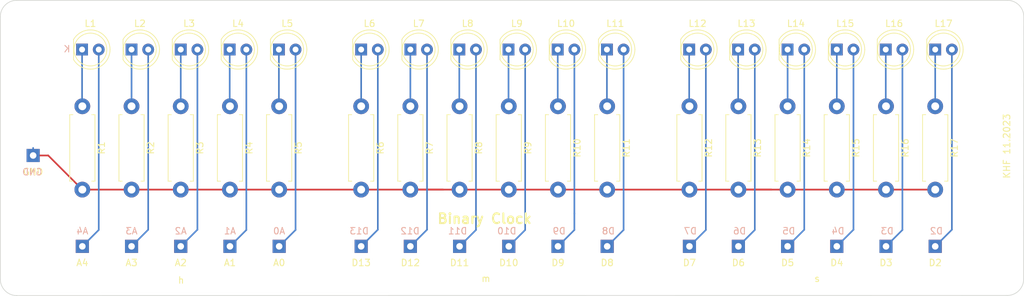
<source format=kicad_pcb>
(kicad_pcb (version 20221018) (generator pcbnew)
  (layers (0 "F.Cu" signal) (31 "B.Cu" signal) (34 "B.Paste" user) (35 "F.Paste" user) (36 "B.SilkS" user "B.Silkscreen") (37 "F.SilkS" user "F.Silkscreen") (38 "B.Mask" user) (39 "F.Mask" user) (44 "Edge.Cuts" user))
  (net 0 "")
  (net 1 "Net-(A0-LP)")
  (net 2 "Net-(A1-LP)")
  (net 3 "Net-(A2-LP)")
  (net 4 "Net-(A3-LP)")
  (net 5 "Net-(A4-LP)")
  (net 6 "Net-(D2-LP)")
  (net 7 "Net-(D3-LP)")
  (net 8 "Net-(D4-LP)")
  (net 9 "Net-(D5-LP)")
  (net 10 "Net-(D6-LP)")
  (net 11 "Net-(D7-LP)")
  (net 12 "Net-(D8-LP)")
  (net 13 "Net-(D9-LP)")
  (net 14 "Net-(D10-LP)")
  (net 15 "Net-(D11-LP)")
  (net 16 "Net-(D12-LP)")
  (net 17 "Net-(D13-LP)")
  (net 18 "Net-(L1-K)")
  (net 19 "Net-(L2-K)")
  (net 20 "Net-(L3-K)")
  (net 21 "Net-(L4-K)")
  (net 22 "Net-(L5-K)")
  (net 23 "Net-(L6-K)")
  (net 24 "Net-(L7-K)")
  (net 25 "Net-(L8-K)")
  (net 26 "Net-(L9-K)")
  (net 27 "Net-(L10-K)")
  (net 28 "Net-(L11-K)")
  (net 29 "Net-(L12-K)")
  (net 30 "Net-(L13-K)")
  (net 31 "Net-(L14-K)")
  (net 32 "Net-(L15-K)")
  (net 33 "Net-(L16-K)")
  (net 34 "Net-(L17-K)")
  (net 35 "Net-(U18-LP)")
  (footprint "Resistor_THT:R_Axial_DIN0411_L9.9mm_D3.6mm_P12.70mm_Horizontal" (layer "F.Cu") (at 95 68.65 -90)
    (fp_text reference "R4" (at 6.35 -2.92 90) (layer "F.SilkS"))
    (fp_text value "1k")
    (fp_line (start 1.28 -1.92) (end 11.42 -1.92) (stroke (width 0.12)) (layer "F.SilkS"))
    (fp_line (start 1.28 -1.44) (end 1.28 -1.92) (stroke (width 0.12)) (layer "F.SilkS"))
    (fp_line (start 1.28 1.44) (end 1.28 1.92) (stroke (width 0.12)) (layer "F.SilkS"))
    (fp_line (start 1.28 1.92) (end 11.42 1.92) (stroke (width 0.12)) (layer "F.SilkS"))
    (fp_line (start 11.42 -1.92) (end 11.42 -1.44) (stroke (width 0.12)) (layer "F.SilkS"))
    (fp_line (start 11.42 1.92) (end 11.42 1.44) (stroke (width 0.12)) (layer "F.SilkS"))
    (pad "1" thru_hole circle (at 0 0 270) (size 2.4 2.4) (drill 1.2) (layers "*.Cu" "*.Mask") (net 21 "Net-(L4-K)"))
    (pad "2" thru_hole oval (at 12.7 0 270) (size 2.4 2.4) (drill 1.2) (layers "*.Cu" "*.Mask") (net 35 "Net-(U18-LP)"))
  )
  (footprint "!Goody:LP" (layer "F.Cu") (at 95 90)
    (fp_text reference "A1" (at 0 2.5) (layer "F.SilkS"))
    (fp_text value "LP")
    (pad "1" thru_hole rect (at 0 0) (size 2 2) (drill 1) (layers "*.Cu" "*.Mask") (net 2 "Net-(A1-LP)"))
  )
  (footprint "Resistor_THT:R_Axial_DIN0411_L9.9mm_D3.6mm_P12.70mm_Horizontal" (layer "F.Cu") (at 180 68.65 -90)
    (fp_text reference "R14" (at 6.35 -2.92 90) (layer "F.SilkS"))
    (fp_text value "R")
    (fp_line (start 1.28 -1.92) (end 11.42 -1.92) (stroke (width 0.12)) (layer "F.SilkS"))
    (fp_line (start 1.28 -1.44) (end 1.28 -1.92) (stroke (width 0.12)) (layer "F.SilkS"))
    (fp_line (start 1.28 1.44) (end 1.28 1.92) (stroke (width 0.12)) (layer "F.SilkS"))
    (fp_line (start 1.28 1.92) (end 11.42 1.92) (stroke (width 0.12)) (layer "F.SilkS"))
    (fp_line (start 11.42 -1.92) (end 11.42 -1.44) (stroke (width 0.12)) (layer "F.SilkS"))
    (fp_line (start 11.42 1.92) (end 11.42 1.44) (stroke (width 0.12)) (layer "F.SilkS"))
    (pad "1" thru_hole circle (at 0 0 270) (size 2.4 2.4) (drill 1.2) (layers "*.Cu" "*.Mask") (net 31 "Net-(L14-K)"))
    (pad "2" thru_hole oval (at 12.7 0 270) (size 2.4 2.4) (drill 1.2) (layers "*.Cu" "*.Mask") (net 35 "Net-(U18-LP)"))
  )
  (footprint "Resistor_THT:R_Axial_DIN0411_L9.9mm_D3.6mm_P12.70mm_Horizontal" (layer "F.Cu") (at 195 68.65 -90)
    (fp_text reference "R16" (at 6.35 -2.92 90) (layer "F.SilkS"))
    (fp_text value "R")
    (fp_line (start 1.28 -1.92) (end 11.42 -1.92) (stroke (width 0.12)) (layer "F.SilkS"))
    (fp_line (start 1.28 -1.44) (end 1.28 -1.92) (stroke (width 0.12)) (layer "F.SilkS"))
    (fp_line (start 1.28 1.44) (end 1.28 1.92) (stroke (width 0.12)) (layer "F.SilkS"))
    (fp_line (start 1.28 1.92) (end 11.42 1.92) (stroke (width 0.12)) (layer "F.SilkS"))
    (fp_line (start 11.42 -1.92) (end 11.42 -1.44) (stroke (width 0.12)) (layer "F.SilkS"))
    (fp_line (start 11.42 1.92) (end 11.42 1.44) (stroke (width 0.12)) (layer "F.SilkS"))
    (pad "1" thru_hole circle (at 0 0 270) (size 2.4 2.4) (drill 1.2) (layers "*.Cu" "*.Mask") (net 33 "Net-(L16-K)"))
    (pad "2" thru_hole oval (at 12.7 0 270) (size 2.4 2.4) (drill 1.2) (layers "*.Cu" "*.Mask") (net 35 "Net-(U18-LP)"))
  )
  (footprint "!Goody:LP" (layer "F.Cu") (at 72.5 90)
    (fp_text reference "A4" (at 0 2.5) (layer "F.SilkS"))
    (fp_text value "LP")
    (pad "1" thru_hole rect (at 0 0) (size 2 2) (drill 1) (layers "*.Cu" "*.Mask") (net 5 "Net-(A4-LP)"))
  )
  (footprint "Resistor_THT:R_Axial_DIN0411_L9.9mm_D3.6mm_P12.70mm_Horizontal" (layer "F.Cu") (at 80 68.65 -90)
    (fp_text reference "R2" (at 6.35 -2.92 90) (layer "F.SilkS"))
    (fp_text value "1k")
    (fp_line (start 1.28 -1.92) (end 11.42 -1.92) (stroke (width 0.12)) (layer "F.SilkS"))
    (fp_line (start 1.28 -1.44) (end 1.28 -1.92) (stroke (width 0.12)) (layer "F.SilkS"))
    (fp_line (start 1.28 1.44) (end 1.28 1.92) (stroke (width 0.12)) (layer "F.SilkS"))
    (fp_line (start 1.28 1.92) (end 11.42 1.92) (stroke (width 0.12)) (layer "F.SilkS"))
    (fp_line (start 11.42 -1.92) (end 11.42 -1.44) (stroke (width 0.12)) (layer "F.SilkS"))
    (fp_line (start 11.42 1.92) (end 11.42 1.44) (stroke (width 0.12)) (layer "F.SilkS"))
    (pad "1" thru_hole circle (at 0 0 270) (size 2.4 2.4) (drill 1.2) (layers "*.Cu" "*.Mask") (net 19 "Net-(L2-K)"))
    (pad "2" thru_hole oval (at 12.7 0 270) (size 2.4 2.4) (drill 1.2) (layers "*.Cu" "*.Mask") (net 35 "Net-(U18-LP)"))
  )
  (footprint "LED_THT:LED_D5.0mm" (layer "F.Cu") (at 115 60)
    (fp_text reference "L6" (at 1.27 -3.96) (layer "F.SilkS"))
    (fp_text value "LED")
    (fp_line (start -1.29 -1.545) (end -1.29 1.545) (stroke (width 0.12)) (layer "F.SilkS"))
    (fp_arc (start -1.29 -1.54483) (mid 2.072002 -2.880433) (end 4.26 0.000462) (stroke (width 0.12)) (layer "F.SilkS"))
    (fp_arc (start 4.26 -0.000462) (mid 2.072002 2.880433) (end -1.29 1.54483) (stroke (width 0.12)) (layer "F.SilkS"))
    (fp_circle (center 1.27 0) (end 3.77 0) (stroke (width 0.12)) (fill none) (layer "F.SilkS"))
    (pad "1" thru_hole rect (at 0 0) (size 1.8 1.8) (drill 0.9) (layers "*.Cu" "*.Mask") (net 23 "Net-(L6-K)"))
    (pad "2" thru_hole circle (at 2.54 0) (size 1.8 1.8) (drill 0.9) (layers "*.Cu" "*.Mask") (net 17 "Net-(D13-LP)"))
  )
  (footprint "Resistor_THT:R_Axial_DIN0411_L9.9mm_D3.6mm_P12.70mm_Horizontal" (layer "F.Cu") (at 152.5 68.65 -90)
    (fp_text reference "R11" (at 6.35 -2.92 90) (layer "F.SilkS"))
    (fp_text value "1k")
    (fp_line (start 1.28 -1.92) (end 11.42 -1.92) (stroke (width 0.12)) (layer "F.SilkS"))
    (fp_line (start 1.28 -1.44) (end 1.28 -1.92) (stroke (width 0.12)) (layer "F.SilkS"))
    (fp_line (start 1.28 1.44) (end 1.28 1.92) (stroke (width 0.12)) (layer "F.SilkS"))
    (fp_line (start 1.28 1.92) (end 11.42 1.92) (stroke (width 0.12)) (layer "F.SilkS"))
    (fp_line (start 11.42 -1.92) (end 11.42 -1.44) (stroke (width 0.12)) (layer "F.SilkS"))
    (fp_line (start 11.42 1.92) (end 11.42 1.44) (stroke (width 0.12)) (layer "F.SilkS"))
    (pad "1" thru_hole circle (at 0 0 270) (size 2.4 2.4) (drill 1.2) (layers "*.Cu" "*.Mask") (net 28 "Net-(L11-K)"))
    (pad "2" thru_hole oval (at 12.7 0 270) (size 2.4 2.4) (drill 1.2) (layers "*.Cu" "*.Mask") (net 35 "Net-(U18-LP)"))
  )
  (footprint "LED_THT:LED_D5.0mm" (layer "F.Cu") (at 172.46 60)
    (fp_text reference "L13" (at 1.27 -3.96) (layer "F.SilkS"))
    (fp_text value "LED")
    (fp_line (start -1.29 -1.545) (end -1.29 1.545) (stroke (width 0.12)) (layer "F.SilkS"))
    (fp_arc (start -1.29 -1.54483) (mid 2.072002 -2.880433) (end 4.26 0.000462) (stroke (width 0.12)) (layer "F.SilkS"))
    (fp_arc (start 4.26 -0.000462) (mid 2.072002 2.880433) (end -1.29 1.54483) (stroke (width 0.12)) (layer "F.SilkS"))
    (fp_circle (center 1.27 0) (end 3.77 0) (stroke (width 0.12)) (fill none) (layer "F.SilkS"))
    (pad "1" thru_hole rect (at 0 0) (size 1.8 1.8) (drill 0.9) (layers "*.Cu" "*.Mask") (net 30 "Net-(L13-K)"))
    (pad "2" thru_hole circle (at 2.54 0) (size 1.8 1.8) (drill 0.9) (layers "*.Cu" "*.Mask") (net 10 "Net-(D6-LP)"))
  )
  (footprint "!Goody:LP" (layer "F.Cu") (at 145 90)
    (fp_text reference "D9" (at 0 2.5) (layer "F.SilkS"))
    (fp_text value "LP")
    (pad "1" thru_hole rect (at 0 0) (size 2 2) (drill 1) (layers "*.Cu" "*.Mask") (net 13 "Net-(D9-LP)"))
  )
  (footprint "Resistor_THT:R_Axial_DIN0411_L9.9mm_D3.6mm_P12.70mm_Horizontal" (layer "F.Cu") (at 130 68.65 -90)
    (fp_text reference "R8" (at 6.35 -2.92 90) (layer "F.SilkS"))
    (fp_text value "1k")
    (fp_line (start 1.28 -1.92) (end 11.42 -1.92) (stroke (width 0.12)) (layer "F.SilkS"))
    (fp_line (start 1.28 -1.44) (end 1.28 -1.92) (stroke (width 0.12)) (layer "F.SilkS"))
    (fp_line (start 1.28 1.44) (end 1.28 1.92) (stroke (width 0.12)) (layer "F.SilkS"))
    (fp_line (start 1.28 1.92) (end 11.42 1.92) (stroke (width 0.12)) (layer "F.SilkS"))
    (fp_line (start 11.42 -1.92) (end 11.42 -1.44) (stroke (width 0.12)) (layer "F.SilkS"))
    (fp_line (start 11.42 1.92) (end 11.42 1.44) (stroke (width 0.12)) (layer "F.SilkS"))
    (pad "1" thru_hole circle (at 0 0 270) (size 2.4 2.4) (drill 1.2) (layers "*.Cu" "*.Mask") (net 25 "Net-(L8-K)"))
    (pad "2" thru_hole oval (at 12.7 0 270) (size 2.4 2.4) (drill 1.2) (layers "*.Cu" "*.Mask") (net 35 "Net-(U18-LP)"))
  )
  (footprint "LED_THT:LED_D5.0mm" (layer "F.Cu") (at 87.5 60)
    (fp_text reference "L3" (at 1.27 -3.96) (layer "F.SilkS"))
    (fp_text value "LED")
    (fp_line (start -1.29 -1.545) (end -1.29 1.545) (stroke (width 0.12)) (layer "F.SilkS"))
    (fp_arc (start -1.29 -1.54483) (mid 2.072002 -2.880433) (end 4.26 0.000462) (stroke (width 0.12)) (layer "F.SilkS"))
    (fp_arc (start 4.26 -0.000462) (mid 2.072002 2.880433) (end -1.29 1.54483) (stroke (width 0.12)) (layer "F.SilkS"))
    (fp_circle (center 1.27 0) (end 3.77 0) (stroke (width 0.12)) (fill none) (layer "F.SilkS"))
    (pad "1" thru_hole rect (at 0 0) (size 1.8 1.8) (drill 0.9) (layers "*.Cu" "*.Mask") (net 20 "Net-(L3-K)"))
    (pad "2" thru_hole circle (at 2.54 0) (size 1.8 1.8) (drill 0.9) (layers "*.Cu" "*.Mask") (net 3 "Net-(A2-LP)"))
  )
  (footprint "Resistor_THT:R_Axial_DIN0411_L9.9mm_D3.6mm_P12.70mm_Horizontal" (layer "F.Cu") (at 172.5 68.65 -90)
    (fp_text reference "R13" (at 6.35 -2.92 90) (layer "F.SilkS"))
    (fp_text value "R")
    (fp_line (start 1.28 -1.92) (end 11.42 -1.92) (stroke (width 0.12)) (layer "F.SilkS"))
    (fp_line (start 1.28 -1.44) (end 1.28 -1.92) (stroke (width 0.12)) (layer "F.SilkS"))
    (fp_line (start 1.28 1.44) (end 1.28 1.92) (stroke (width 0.12)) (layer "F.SilkS"))
    (fp_line (start 1.28 1.92) (end 11.42 1.92) (stroke (width 0.12)) (layer "F.SilkS"))
    (fp_line (start 11.42 -1.92) (end 11.42 -1.44) (stroke (width 0.12)) (layer "F.SilkS"))
    (fp_line (start 11.42 1.92) (end 11.42 1.44) (stroke (width 0.12)) (layer "F.SilkS"))
    (pad "1" thru_hole circle (at 0 0 270) (size 2.4 2.4) (drill 1.2) (layers "*.Cu" "*.Mask") (net 30 "Net-(L13-K)"))
    (pad "2" thru_hole oval (at 12.7 0 270) (size 2.4 2.4) (drill 1.2) (layers "*.Cu" "*.Mask") (net 35 "Net-(U18-LP)"))
  )
  (footprint "!Goody:LP" (layer "F.Cu") (at 102.5 90)
    (fp_text reference "A0" (at 0 2.5) (layer "F.SilkS"))
    (fp_text value "LP")
    (pad "1" thru_hole rect (at 0 0) (size 2 2) (drill 1) (layers "*.Cu" "*.Mask") (net 1 "Net-(A0-LP)"))
  )
  (footprint "!Goody:LP" (layer "F.Cu") (at 80 90)
    (fp_text reference "A3" (at 0 2.5) (layer "F.SilkS"))
    (fp_text value "LP")
    (pad "1" thru_hole rect (at 0 0) (size 2 2) (drill 1) (layers "*.Cu" "*.Mask") (net 4 "Net-(A3-LP)"))
  )
  (footprint "LED_THT:LED_D5.0mm" (layer "F.Cu") (at 102.46 60)
    (fp_text reference "L5" (at 1.27 -3.96) (layer "F.SilkS"))
    (fp_text value "LED")
    (fp_line (start -1.29 -1.545) (end -1.29 1.545) (stroke (width 0.12)) (layer "F.SilkS"))
    (fp_arc (start -1.29 -1.54483) (mid 2.072002 -2.880433) (end 4.26 0.000462) (stroke (width 0.12)) (layer "F.SilkS"))
    (fp_arc (start 4.26 -0.000462) (mid 2.072002 2.880433) (end -1.29 1.54483) (stroke (width 0.12)) (layer "F.SilkS"))
    (fp_circle (center 1.27 0) (end 3.77 0) (stroke (width 0.12)) (fill none) (layer "F.SilkS"))
    (pad "1" thru_hole rect (at 0 0) (size 1.8 1.8) (drill 0.9) (layers "*.Cu" "*.Mask") (net 22 "Net-(L5-K)"))
    (pad "2" thru_hole circle (at 2.54 0) (size 1.8 1.8) (drill 0.9) (layers "*.Cu" "*.Mask") (net 1 "Net-(A0-LP)"))
  )
  (footprint "Resistor_THT:R_Axial_DIN0411_L9.9mm_D3.6mm_P12.70mm_Horizontal" (layer "F.Cu") (at 165.04 68.65 -90)
    (fp_text reference "R12" (at 6.35 -2.92 90) (layer "F.SilkS"))
    (fp_text value "R")
    (fp_line (start 1.28 -1.92) (end 11.42 -1.92) (stroke (width 0.12)) (layer "F.SilkS"))
    (fp_line (start 1.28 -1.44) (end 1.28 -1.92) (stroke (width 0.12)) (layer "F.SilkS"))
    (fp_line (start 1.28 1.44) (end 1.28 1.92) (stroke (width 0.12)) (layer "F.SilkS"))
    (fp_line (start 1.28 1.92) (end 11.42 1.92) (stroke (width 0.12)) (layer "F.SilkS"))
    (fp_line (start 11.42 -1.92) (end 11.42 -1.44) (stroke (width 0.12)) (layer "F.SilkS"))
    (fp_line (start 11.42 1.92) (end 11.42 1.44) (stroke (width 0.12)) (layer "F.SilkS"))
    (pad "1" thru_hole circle (at 0 0 270) (size 2.4 2.4) (drill 1.2) (layers "*.Cu" "*.Mask") (net 29 "Net-(L12-K)"))
    (pad "2" thru_hole oval (at 12.7 0 270) (size 2.4 2.4) (drill 1.2) (layers "*.Cu" "*.Mask") (net 35 "Net-(U18-LP)"))
  )
  (footprint "Resistor_THT:R_Axial_DIN0411_L9.9mm_D3.6mm_P12.70mm_Horizontal" (layer "F.Cu") (at 187.5 68.65 -90)
    (fp_text reference "R15" (at 6.35 -2.92 90) (layer "F.SilkS"))
    (fp_text value "R")
    (fp_line (start 1.28 -1.92) (end 11.42 -1.92) (stroke (width 0.12)) (layer "F.SilkS"))
    (fp_line (start 1.28 -1.44) (end 1.28 -1.92) (stroke (width 0.12)) (layer "F.SilkS"))
    (fp_line (start 1.28 1.44) (end 1.28 1.92) (stroke (width 0.12)) (layer "F.SilkS"))
    (fp_line (start 1.28 1.92) (end 11.42 1.92) (stroke (width 0.12)) (layer "F.SilkS"))
    (fp_line (start 11.42 -1.92) (end 11.42 -1.44) (stroke (width 0.12)) (layer "F.SilkS"))
    (fp_line (start 11.42 1.92) (end 11.42 1.44) (stroke (width 0.12)) (layer "F.SilkS"))
    (pad "1" thru_hole circle (at 0 0 270) (size 2.4 2.4) (drill 1.2) (layers "*.Cu" "*.Mask") (net 32 "Net-(L15-K)"))
    (pad "2" thru_hole oval (at 12.7 0 270) (size 2.4 2.4) (drill 1.2) (layers "*.Cu" "*.Mask") (net 35 "Net-(U18-LP)"))
  )
  (footprint "Resistor_THT:R_Axial_DIN0411_L9.9mm_D3.6mm_P12.70mm_Horizontal" (layer "F.Cu") (at 137.5 68.65 -90)
    (fp_text reference "R9" (at 6.35 -2.92 90) (layer "F.SilkS"))
    (fp_text value "1k")
    (fp_line (start 1.28 -1.92) (end 11.42 -1.92) (stroke (width 0.12)) (layer "F.SilkS"))
    (fp_line (start 1.28 -1.44) (end 1.28 -1.92) (stroke (width 0.12)) (layer "F.SilkS"))
    (fp_line (start 1.28 1.44) (end 1.28 1.92) (stroke (width 0.12)) (layer "F.SilkS"))
    (fp_line (start 1.28 1.92) (end 11.42 1.92) (stroke (width 0.12)) (layer "F.SilkS"))
    (fp_line (start 11.42 -1.92) (end 11.42 -1.44) (stroke (width 0.12)) (layer "F.SilkS"))
    (fp_line (start 11.42 1.92) (end 11.42 1.44) (stroke (width 0.12)) (layer "F.SilkS"))
    (pad "1" thru_hole circle (at 0 0 270) (size 2.4 2.4) (drill 1.2) (layers "*.Cu" "*.Mask") (net 26 "Net-(L9-K)"))
    (pad "2" thru_hole oval (at 12.7 0 270) (size 2.4 2.4) (drill 1.2) (layers "*.Cu" "*.Mask") (net 35 "Net-(U18-LP)"))
  )
  (footprint "!Goody:LP" (layer "F.Cu") (at 87.5 90)
    (fp_text reference "A2" (at 0 2.5) (layer "F.SilkS"))
    (fp_text value "LP")
    (pad "1" thru_hole rect (at 0 0) (size 2 2) (drill 1) (layers "*.Cu" "*.Mask") (net 3 "Net-(A2-LP)"))
  )
  (footprint "LED_THT:LED_D5.0mm" (layer "F.Cu") (at 144.96 60)
    (fp_text reference "L10" (at 1.27 -3.96) (layer "F.SilkS"))
    (fp_text value "LED")
    (fp_line (start -1.29 -1.545) (end -1.29 1.545) (stroke (width 0.12)) (layer "F.SilkS"))
    (fp_arc (start -1.29 -1.54483) (mid 2.072002 -2.880433) (end 4.26 0.000462) (stroke (width 0.12)) (layer "F.SilkS"))
    (fp_arc (start 4.26 -0.000462) (mid 2.072002 2.880433) (end -1.29 1.54483) (stroke (width 0.12)) (layer "F.SilkS"))
    (fp_circle (center 1.27 0) (end 3.77 0) (stroke (width 0.12)) (fill none) (layer "F.SilkS"))
    (pad "1" thru_hole rect (at 0 0) (size 1.8 1.8) (drill 0.9) (layers "*.Cu" "*.Mask") (net 27 "Net-(L10-K)"))
    (pad "2" thru_hole circle (at 2.54 0) (size 1.8 1.8) (drill 0.9) (layers "*.Cu" "*.Mask") (net 13 "Net-(D9-LP)"))
  )
  (footprint "!Goody:LP" (layer "F.Cu") (at 180 90)
    (fp_text reference "D5" (at 0 2.5) (layer "F.SilkS"))
    (fp_text value "LP")
    (pad "1" thru_hole rect (at 0 0) (size 2 2) (drill 1) (layers "*.Cu" "*.Mask") (net 9 "Net-(D5-LP)"))
  )
  (footprint "LED_THT:LED_D5.0mm" (layer "F.Cu") (at 72.46 60)
    (fp_text reference "L1" (at 1.27 -3.96) (layer "F.SilkS"))
    (fp_text value "LED")
    (fp_line (start -1.29 -1.545) (end -1.29 1.545) (stroke (width 0.12)) (layer "F.SilkS"))
    (fp_arc (start -1.29 -1.54483) (mid 2.072002 -2.880433) (end 4.26 0.000462) (stroke (width 0.12)) (layer "F.SilkS"))
    (fp_arc (start 4.26 -0.000462) (mid 2.072002 2.880433) (end -1.29 1.54483) (stroke (width 0.12)) (layer "F.SilkS"))
    (fp_circle (center 1.27 0) (end 3.77 0) (stroke (width 0.12)) (fill none) (layer "F.SilkS"))
    (pad "1" thru_hole rect (at 0 0) (size 1.8 1.8) (drill 0.9) (layers "*.Cu" "*.Mask") (net 18 "Net-(L1-K)"))
    (pad "2" thru_hole circle (at 2.54 0) (size 1.8 1.8) (drill 0.9) (layers "*.Cu" "*.Mask") (net 5 "Net-(A4-LP)"))
  )
  (footprint "LED_THT:LED_D5.0mm" (layer "F.Cu") (at 137.46 60)
    (fp_text reference "L9" (at 1.27 -3.96) (layer "F.SilkS"))
    (fp_text value "LED")
    (fp_line (start -1.29 -1.545) (end -1.29 1.545) (stroke (width 0.12)) (layer "F.SilkS"))
    (fp_arc (start -1.29 -1.54483) (mid 2.072002 -2.880433) (end 4.26 0.000462) (stroke (width 0.12)) (layer "F.SilkS"))
    (fp_arc (start 4.26 -0.000462) (mid 2.072002 2.880433) (end -1.29 1.54483) (stroke (width 0.12)) (layer "F.SilkS"))
    (fp_circle (center 1.27 0) (end 3.77 0) (stroke (width 0.12)) (fill none) (layer "F.SilkS"))
    (pad "1" thru_hole rect (at 0 0) (size 1.8 1.8) (drill 0.9) (layers "*.Cu" "*.Mask") (net 26 "Net-(L9-K)"))
    (pad "2" thru_hole circle (at 2.54 0) (size 1.8 1.8) (drill 0.9) (layers "*.Cu" "*.Mask") (net 14 "Net-(D10-LP)"))
  )
  (footprint "Resistor_THT:R_Axial_DIN0411_L9.9mm_D3.6mm_P12.70mm_Horizontal" (layer "F.Cu") (at 102.5 68.65 -90)
    (fp_text reference "R5" (at 6.35 -2.92 90) (layer "F.SilkS"))
    (fp_text value "1k")
    (fp_line (start 1.28 -1.92) (end 11.42 -1.92) (stroke (width 0.12)) (layer "F.SilkS"))
    (fp_line (start 1.28 -1.44) (end 1.28 -1.92) (stroke (width 0.12)) (layer "F.SilkS"))
    (fp_line (start 1.28 1.44) (end 1.28 1.92) (stroke (width 0.12)) (layer "F.SilkS"))
    (fp_line (start 1.28 1.92) (end 11.42 1.92) (stroke (width 0.12)) (layer "F.SilkS"))
    (fp_line (start 11.42 -1.92) (end 11.42 -1.44) (stroke (width 0.12)) (layer "F.SilkS"))
    (fp_line (start 11.42 1.92) (end 11.42 1.44) (stroke (width 0.12)) (layer "F.SilkS"))
    (pad "1" thru_hole circle (at 0 0 270) (size 2.4 2.4) (drill 1.2) (layers "*.Cu" "*.Mask") (net 22 "Net-(L5-K)"))
    (pad "2" thru_hole oval (at 12.7 0 270) (size 2.4 2.4) (drill 1.2) (layers "*.Cu" "*.Mask") (net 35 "Net-(U18-LP)"))
  )
  (footprint "!Goody:LP" (layer "F.Cu") (at 130 90)
    (fp_text reference "D11" (at 0 2.5) (layer "F.SilkS"))
    (fp_text value "LP")
    (pad "1" thru_hole rect (at 0 0) (size 2 2) (drill 1) (layers "*.Cu" "*.Mask") (net 15 "Net-(D11-LP)"))
  )
  (footprint "!Goody:LP" (layer "F.Cu") (at 122.5 90)
    (fp_text reference "D12" (at 0 2.5) (layer "F.SilkS"))
    (fp_text value "LP")
    (pad "1" thru_hole rect (at 0 0) (size 2 2) (drill 1) (layers "*.Cu" "*.Mask") (net 16 "Net-(D12-LP)"))
  )
  (footprint "!Goody:LP" (layer "F.Cu") (at 152.5 90)
    (fp_text reference "D8" (at 0 2.5) (layer "F.SilkS"))
    (fp_text value "LP")
    (pad "1" thru_hole rect (at 0 0) (size 2 2) (drill 1) (layers "*.Cu" "*.Mask") (net 12 "Net-(D8-LP)"))
  )
  (footprint "LED_THT:LED_D5.0mm" (layer "F.Cu") (at 187.5 60)
    (fp_text reference "L15" (at 1.27 -3.96) (layer "F.SilkS"))
    (fp_text value "LED")
    (fp_line (start -1.29 -1.545) (end -1.29 1.545) (stroke (width 0.12)) (layer "F.SilkS"))
    (fp_arc (start -1.29 -1.54483) (mid 2.072002 -2.880433) (end 4.26 0.000462) (stroke (width 0.12)) (layer "F.SilkS"))
    (fp_arc (start 4.26 -0.000462) (mid 2.072002 2.880433) (end -1.29 1.54483) (stroke (width 0.12)) (layer "F.SilkS"))
    (fp_circle (center 1.27 0) (end 3.77 0) (stroke (width 0.12)) (fill none) (layer "F.SilkS"))
    (pad "1" thru_hole rect (at 0 0) (size 1.8 1.8) (drill 0.9) (layers "*.Cu" "*.Mask") (net 32 "Net-(L15-K)"))
    (pad "2" thru_hole circle (at 2.54 0) (size 1.8 1.8) (drill 0.9) (layers "*.Cu" "*.Mask") (net 8 "Net-(D4-LP)"))
  )
  (footprint "LED_THT:LED_D5.0mm" (layer "F.Cu") (at 165 60)
    (fp_text reference "L12" (at 1.27 -3.96) (layer "F.SilkS"))
    (fp_text value "LED")
    (fp_line (start -1.29 -1.545) (end -1.29 1.545) (stroke (width 0.12)) (layer "F.SilkS"))
    (fp_arc (start -1.29 -1.54483) (mid 2.072002 -2.880433) (end 4.26 0.000462) (stroke (width 0.12)) (layer "F.SilkS"))
    (fp_arc (start 4.26 -0.000462) (mid 2.072002 2.880433) (end -1.29 1.54483) (stroke (width 0.12)) (layer "F.SilkS"))
    (fp_circle (center 1.27 0) (end 3.77 0) (stroke (width 0.12)) (fill none) (layer "F.SilkS"))
    (pad "1" thru_hole rect (at 0 0) (size 1.8 1.8) (drill 0.9) (layers "*.Cu" "*.Mask") (net 29 "Net-(L12-K)"))
    (pad "2" thru_hole circle (at 2.54 0) (size 1.8 1.8) (drill 0.9) (layers "*.Cu" "*.Mask") (net 11 "Net-(D7-LP)"))
  )
  (footprint "Resistor_THT:R_Axial_DIN0411_L9.9mm_D3.6mm_P12.70mm_Horizontal" (layer "F.Cu") (at 122.5 68.65 -90)
    (fp_text reference "R7" (at 6.35 -2.92 90) (layer "F.SilkS"))
    (fp_text value "1k")
    (fp_line (start 1.28 -1.92) (end 11.42 -1.92) (stroke (width 0.12)) (layer "F.SilkS"))
    (fp_line (start 1.28 -1.44) (end 1.28 -1.92) (stroke (width 0.12)) (layer "F.SilkS"))
    (fp_line (start 1.28 1.44) (end 1.28 1.92) (stroke (width 0.12)) (layer "F.SilkS"))
    (fp_line (start 1.28 1.92) (end 11.42 1.92) (stroke (width 0.12)) (layer "F.SilkS"))
    (fp_line (start 11.42 -1.92) (end 11.42 -1.44) (stroke (width 0.12)) (layer "F.SilkS"))
    (fp_line (start 11.42 1.92) (end 11.42 1.44) (stroke (width 0.12)) (layer "F.SilkS"))
    (pad "1" thru_hole circle (at 0 0 270) (size 2.4 2.4) (drill 1.2) (layers "*.Cu" "*.Mask") (net 24 "Net-(L7-K)"))
    (pad "2" thru_hole oval (at 12.7 0 270) (size 2.4 2.4) (drill 1.2) (layers "*.Cu" "*.Mask") (net 35 "Net-(U18-LP)"))
  )
  (footprint "!Goody:LP" (layer "F.Cu") (at 165.04 90)
    (fp_text reference "D7" (at 0 2.5) (layer "F.SilkS"))
    (fp_text value "LP")
    (pad "1" thru_hole rect (at 0 0) (size 2 2) (drill 1) (layers "*.Cu" "*.Mask") (net 11 "Net-(D7-LP)"))
  )
  (footprint "LED_THT:LED_D5.0mm" (layer "F.Cu") (at 152.46 60)
    (fp_text reference "L11" (at 1.27 -3.96) (layer "F.SilkS"))
    (fp_text value "LED")
    (fp_line (start -1.29 -1.545) (end -1.29 1.545) (stroke (width 0.12)) (layer "F.SilkS"))
    (fp_arc (start -1.29 -1.54483) (mid 2.072002 -2.880433) (end 4.26 0.000462) (stroke (width 0.12)) (layer "F.SilkS"))
    (fp_arc (start 4.26 -0.000462) (mid 2.072002 2.880433) (end -1.29 1.54483) (stroke (width 0.12)) (layer "F.SilkS"))
    (fp_circle (center 1.27 0) (end 3.77 0) (stroke (width 0.12)) (fill none) (layer "F.SilkS"))
    (pad "1" thru_hole rect (at 0 0) (size 1.8 1.8) (drill 0.9) (layers "*.Cu" "*.Mask") (net 28 "Net-(L11-K)"))
    (pad "2" thru_hole circle (at 2.54 0) (size 1.8 1.8) (drill 0.9) (layers "*.Cu" "*.Mask") (net 12 "Net-(D8-LP)"))
  )
  (footprint "Resistor_THT:R_Axial_DIN0411_L9.9mm_D3.6mm_P12.70mm_Horizontal" (layer "F.Cu") (at 202.5 68.65 -90)
    (fp_text reference "R17" (at 6.35 -2.92 90) (layer "F.SilkS"))
    (fp_text value "R")
    (fp_line (start 1.28 -1.92) (end 11.42 -1.92) (stroke (width 0.12)) (layer "F.SilkS"))
    (fp_line (start 1.28 -1.44) (end 1.28 -1.92) (stroke (width 0.12)) (layer "F.SilkS"))
    (fp_line (start 1.28 1.44) (end 1.28 1.92) (stroke (width 0.12)) (layer "F.SilkS"))
    (fp_line (start 1.28 1.92) (end 11.42 1.92) (stroke (width 0.12)) (layer "F.SilkS"))
    (fp_line (start 11.42 -1.92) (end 11.42 -1.44) (stroke (width 0.12)) (layer "F.SilkS"))
    (fp_line (start 11.42 1.92) (end 11.42 1.44) (stroke (width 0.12)) (layer "F.SilkS"))
    (pad "1" thru_hole circle (at 0 0 270) (size 2.4 2.4) (drill 1.2) (layers "*.Cu" "*.Mask") (net 34 "Net-(L17-K)"))
    (pad "2" thru_hole oval (at 12.7 0 270) (size 2.4 2.4) (drill 1.2) (layers "*.Cu" "*.Mask") (net 35 "Net-(U18-LP)"))
  )
  (footprint "!Goody:LP" (layer "F.Cu") (at 65 76.15)
    (fp_text reference "U18")
    (fp_text value "GND" (at 0 2.5) (layer "F.SilkS"))
    (pad "1" thru_hole rect (at 0 0) (size 2 2) (drill 1) (layers "*.Cu" "*.Mask") (net 35 "Net-(U18-LP)"))
  )
  (footprint "LED_THT:LED_D5.0mm" (layer "F.Cu") (at 80 60)
    (fp_text reference "L2" (at 1.27 -3.96) (layer "F.SilkS"))
    (fp_text value "LED")
    (fp_line (start -1.29 -1.545) (end -1.29 1.545) (stroke (width 0.12)) (layer "F.SilkS"))
    (fp_arc (start -1.29 -1.54483) (mid 2.072002 -2.880433) (end 4.26 0.000462) (stroke (width 0.12)) (layer "F.SilkS"))
    (fp_arc (start 4.26 -0.000462) (mid 2.072002 2.880433) (end -1.29 1.54483) (stroke (width 0.12)) (layer "F.SilkS"))
    (fp_circle (center 1.27 0) (end 3.77 0) (stroke (width 0.12)) (fill none) (layer "F.SilkS"))
    (pad "1" thru_hole rect (at 0 0) (size 1.8 1.8) (drill 0.9) (layers "*.Cu" "*.Mask") (net 19 "Net-(L2-K)"))
    (pad "2" thru_hole circle (at 2.54 0) (size 1.8 1.8) (drill 0.9) (layers "*.Cu" "*.Mask") (net 4 "Net-(A3-LP)"))
  )
  (footprint "Resistor_THT:R_Axial_DIN0411_L9.9mm_D3.6mm_P12.70mm_Horizontal" (layer "F.Cu") (at 87.5 68.65 -90)
    (fp_text reference "R3" (at 6.35 -2.92 90) (layer "F.SilkS"))
    (fp_text value "1k")
    (fp_line (start 1.28 -1.92) (end 11.42 -1.92) (stroke (width 0.12)) (layer "F.SilkS"))
    (fp_line (start 1.28 -1.44) (end 1.28 -1.92) (stroke (width 0.12)) (layer "F.SilkS"))
    (fp_line (start 1.28 1.44) (end 1.28 1.92) (stroke (width 0.12)) (layer "F.SilkS"))
    (fp_line (start 1.28 1.92) (end 11.42 1.92) (stroke (width 0.12)) (layer "F.SilkS"))
    (fp_line (start 11.42 -1.92) (end 11.42 -1.44) (stroke (width 0.12)) (layer "F.SilkS"))
    (fp_line (start 11.42 1.92) (end 11.42 1.44) (stroke (width 0.12)) (layer "F.SilkS"))
    (pad "1" thru_hole circle (at 0 0 270) (size 2.4 2.4) (drill 1.2) (layers "*.Cu" "*.Mask") (net 20 "Net-(L3-K)"))
    (pad "2" thru_hole oval (at 12.7 0 270) (size 2.4 2.4) (drill 1.2) (layers "*.Cu" "*.Mask") (net 35 "Net-(U18-LP)"))
  )
  (footprint "LED_THT:LED_D5.0mm" (layer "F.Cu") (at 194.96 60)
    (fp_text reference "L16" (at 1.27 -3.96) (layer "F.SilkS"))
    (fp_text value "LED")
    (fp_line (start -1.29 -1.545) (end -1.29 1.545) (stroke (width 0.12)) (layer "F.SilkS"))
    (fp_arc (start -1.29 -1.54483) (mid 2.072002 -2.880433) (end 4.26 0.000462) (stroke (width 0.12)) (layer "F.SilkS"))
    (fp_arc (start 4.26 -0.000462) (mid 2.072002 2.880433) (end -1.29 1.54483) (stroke (width 0.12)) (layer "F.SilkS"))
    (fp_circle (center 1.27 0) (end 3.77 0) (stroke (width 0.12)) (fill none) (layer "F.SilkS"))
    (pad "1" thru_hole rect (at 0 0) (size 1.8 1.8) (drill 0.9) (layers "*.Cu" "*.Mask") (net 33 "Net-(L16-K)"))
    (pad "2" thru_hole circle (at 2.54 0) (size 1.8 1.8) (drill 0.9) (layers "*.Cu" "*.Mask") (net 7 "Net-(D3-LP)"))
  )
  (footprint "!Goody:LP" (layer "F.Cu") (at 187.5 90)
    (fp_text reference "D4" (at 0 2.5) (layer "F.SilkS"))
    (fp_text value "LP")
    (pad "1" thru_hole rect (at 0 0) (size 2 2) (drill 1) (layers "*.Cu" "*.Mask") (net 8 "Net-(D4-LP)"))
  )
  (footprint "LED_THT:LED_D5.0mm" (layer "F.Cu") (at 129.96 60)
    (fp_text reference "L8" (at 1.27 -3.96) (layer "F.SilkS"))
    (fp_text value "LED")
    (fp_line (start -1.29 -1.545) (end -1.29 1.545) (stroke (width 0.12)) (layer "F.SilkS"))
    (fp_arc (start -1.29 -1.54483) (mid 2.072002 -2.880433) (end 4.26 0.000462) (stroke (width 0.12)) (layer "F.SilkS"))
    (fp_arc (start 4.26 -0.000462) (mid 2.072002 2.880433) (end -1.29 1.54483) (stroke (width 0.12)) (layer "F.SilkS"))
    (fp_circle (center 1.27 0) (end 3.77 0) (stroke (width 0.12)) (fill none) (layer "F.SilkS"))
    (pad "1" thru_hole rect (at 0 0) (size 1.8 1.8) (drill 0.9) (layers "*.Cu" "*.Mask") (net 25 "Net-(L8-K)"))
    (pad "2" thru_hole circle (at 2.54 0) (size 1.8 1.8) (drill 0.9) (layers "*.Cu" "*.Mask") (net 15 "Net-(D11-LP)"))
  )
  (footprint "Resistor_THT:R_Axial_DIN0411_L9.9mm_D3.6mm_P12.70mm_Horizontal" (layer "F.Cu") (at 115 68.65 -90)
    (fp_text reference "R6" (at 6.35 -2.92 90) (layer "F.SilkS"))
    (fp_text value "1k")
    (fp_line (start 1.28 -1.92) (end 11.42 -1.92) (stroke (width 0.12)) (layer "F.SilkS"))
    (fp_line (start 1.28 -1.44) (end 1.28 -1.92) (stroke (width 0.12)) (layer "F.SilkS"))
    (fp_line (start 1.28 1.44) (end 1.28 1.92) (stroke (width 0.12)) (layer "F.SilkS"))
    (fp_line (start 1.28 1.92) (end 11.42 1.92) (stroke (width 0.12)) (layer "F.SilkS"))
    (fp_line (start 11.42 -1.92) (end 11.42 -1.44) (stroke (width 0.12)) (layer "F.SilkS"))
    (fp_line (start 11.42 1.92) (end 11.42 1.44) (stroke (width 0.12)) (layer "F.SilkS"))
    (pad "1" thru_hole circle (at 0 0 270) (size 2.4 2.4) (drill 1.2) (layers "*.Cu" "*.Mask") (net 23 "Net-(L6-K)"))
    (pad "2" thru_hole oval (at 12.7 0 270) (size 2.4 2.4) (drill 1.2) (layers "*.Cu" "*.Mask") (net 35 "Net-(U18-LP)"))
  )
  (footprint "!Goody:LP" (layer "F.Cu") (at 202.5 90)
    (fp_text reference "D2" (at 0 2.5) (layer "F.SilkS"))
    (fp_text value "LP")
    (pad "1" thru_hole rect (at 0 0) (size 2 2) (drill 1) (layers "*.Cu" "*.Mask") (net 6 "Net-(D2-LP)"))
  )
  (footprint "LED_THT:LED_D5.0mm" (layer "F.Cu") (at 94.96 60)
    (fp_text reference "L4" (at 1.27 -3.96) (layer "F.SilkS"))
    (fp_text value "LED")
    (fp_line (start -1.29 -1.545) (end -1.29 1.545) (stroke (width 0.12)) (layer "F.SilkS"))
    (fp_arc (start -1.29 -1.54483) (mid 2.072002 -2.880433) (end 4.26 0.000462) (stroke (width 0.12)) (layer "F.SilkS"))
    (fp_arc (start 4.26 -0.000462) (mid 2.072002 2.880433) (end -1.29 1.54483) (stroke (width 0.12)) (layer "F.SilkS"))
    (fp_circle (center 1.27 0) (end 3.77 0) (stroke (width 0.12)) (fill none) (layer "F.SilkS"))
    (pad "1" thru_hole rect (at 0 0) (size 1.8 1.8) (drill 0.9) (layers "*.Cu" "*.Mask") (net 21 "Net-(L4-K)"))
    (pad "2" thru_hole circle (at 2.54 0) (size 1.8 1.8) (drill 0.9) (layers "*.Cu" "*.Mask") (net 2 "Net-(A1-LP)"))
  )
  (footprint "LED_THT:LED_D5.0mm" (layer "F.Cu") (at 202.5 60)
    (fp_text reference "L17" (at 1.27 -3.96) (layer "F.SilkS"))
    (fp_text value "LED")
    (fp_line (start -1.29 -1.545) (end -1.29 1.545) (stroke (width 0.12)) (layer "F.SilkS"))
    (fp_arc (start -1.29 -1.54483) (mid 2.072002 -2.880433) (end 4.26 0.000462) (stroke (width 0.12)) (layer "F.SilkS"))
    (fp_arc (start 4.26 -0.000462) (mid 2.072002 2.880433) (end -1.29 1.54483) (stroke (width 0.12)) (layer "F.SilkS"))
    (fp_circle (center 1.27 0) (end 3.77 0) (stroke (width 0.12)) (fill none) (layer "F.SilkS"))
    (pad "1" thru_hole rect (at 0 0) (size 1.8 1.8) (drill 0.9) (layers "*.Cu" "*.Mask") (net 34 "Net-(L17-K)"))
    (pad "2" thru_hole circle (at 2.54 0) (size 1.8 1.8) (drill 0.9) (layers "*.Cu" "*.Mask") (net 6 "Net-(D2-LP)"))
  )
  (footprint "Resistor_THT:R_Axial_DIN0411_L9.9mm_D3.6mm_P12.70mm_Horizontal" (layer "F.Cu") (at 72.5 68.65 -90)
    (fp_text reference "R1" (at 6.35 -2.92 90) (layer "F.SilkS"))
    (fp_text value "1k")
    (fp_line (start 1.28 -1.92) (end 11.42 -1.92) (stroke (width 0.12)) (layer "F.SilkS"))
    (fp_line (start 1.28 -1.44) (end 1.28 -1.92) (stroke (width 0.12)) (layer "F.SilkS"))
    (fp_line (start 1.28 1.44) (end 1.28 1.92) (stroke (width 0.12)) (layer "F.SilkS"))
    (fp_line (start 1.28 1.92) (end 11.42 1.92) (stroke (width 0.12)) (layer "F.SilkS"))
    (fp_line (start 11.42 -1.92) (end 11.42 -1.44) (stroke (width 0.12)) (layer "F.SilkS"))
    (fp_line (start 11.42 1.92) (end 11.42 1.44) (stroke (width 0.12)) (layer "F.SilkS"))
    (pad "1" thru_hole circle (at 0 0 270) (size 2.4 2.4) (drill 1.2) (layers "*.Cu" "*.Mask") (net 18 "Net-(L1-K)"))
    (pad "2" thru_hole oval (at 12.7 0 270) (size 2.4 2.4) (drill 1.2) (layers "*.Cu" "*.Mask") (net 35 "Net-(U18-LP)"))
  )
  (footprint "!Goody:LP" (layer "F.Cu") (at 115 90)
    (fp_text reference "D13" (at 0 2.5) (layer "F.SilkS"))
    (fp_text value "LP")
    (pad "1" thru_hole rect (at 0 0) (size 2 2) (drill 1) (layers "*.Cu" "*.Mask") (net 17 "Net-(D13-LP)"))
  )
  (footprint "!Goody:LP" (layer "F.Cu") (at 172.5 90)
    (fp_text reference "D6" (at 0 2.5) (layer "F.SilkS"))
    (fp_text value "LP")
    (pad "1" thru_hole rect (at 0 0) (size 2 2) (drill 1) (layers "*.Cu" "*.Mask") (net 10 "Net-(D6-LP)"))
  )
  (footprint "LED_THT:LED_D5.0mm" (layer "F.Cu") (at 180 60)
    (fp_text reference "L14" (at 1.27 -3.96) (layer "F.SilkS"))
    (fp_text value "LED")
    (fp_line (start -1.29 -1.545) (end -1.29 1.545) (stroke (width 0.12)) (layer "F.SilkS"))
    (fp_arc (start -1.29 -1.54483) (mid 2.072002 -2.880433) (end 4.26 0.000462) (stroke (width 0.12)) (layer "F.SilkS"))
    (fp_arc (start 4.26 -0.000462) (mid 2.072002 2.880433) (end -1.29 1.54483) (stroke (width 0.12)) (layer "F.SilkS"))
    (fp_circle (center 1.27 0) (end 3.77 0) (stroke (width 0.12)) (fill none) (layer "F.SilkS"))
    (pad "1" thru_hole rect (at 0 0) (size 1.8 1.8) (drill 0.9) (layers "*.Cu" "*.Mask") (net 31 "Net-(L14-K)"))
    (pad "2" thru_hole circle (at 2.54 0) (size 1.8 1.8) (drill 0.9) (layers "*.Cu" "*.Mask") (net 9 "Net-(D5-LP)"))
  )
  (footprint "Resistor_THT:R_Axial_DIN0411_L9.9mm_D3.6mm_P12.70mm_Horizontal" (layer "F.Cu") (at 145 68.65 -90)
    (fp_text reference "R10" (at 6.35 -2.92 90) (layer "F.SilkS"))
    (fp_text value "1k")
    (fp_line (start 1.28 -1.92) (end 11.42 -1.92) (stroke (width 0.12)) (layer "F.SilkS"))
    (fp_line (start 1.28 -1.44) (end 1.28 -1.92) (stroke (width 0.12)) (layer "F.SilkS"))
    (fp_line (start 1.28 1.44) (end 1.28 1.92) (stroke (width 0.12)) (layer "F.SilkS"))
    (fp_line (start 1.28 1.92) (end 11.42 1.92) (stroke (width 0.12)) (layer "F.SilkS"))
    (fp_line (start 11.42 -1.92) (end 11.42 -1.44) (stroke (width 0.12)) (layer "F.SilkS"))
    (fp_line (start 11.42 1.92) (end 11.42 1.44) (stroke (width 0.12)) (layer "F.SilkS"))
    (pad "1" thru_hole circle (at 0 0 270) (size 2.4 2.4) (drill 1.2) (layers "*.Cu" "*.Mask") (net 27 "Net-(L10-K)"))
    (pad "2" thru_hole oval (at 12.7 0 270) (size 2.4 2.4) (drill 1.2) (layers "*.Cu" "*.Mask") (net 35 "Net-(U18-LP)"))
  )
  (footprint "!Goody:LP" (layer "F.Cu") (at 137.5 90)
    (fp_text reference "D10" (at 0 2.5) (layer "F.SilkS"))
    (fp_text value "LP")
    (pad "1" thru_hole rect (at 0 0) (size 2 2) (drill 1) (layers "*.Cu" "*.Mask") (net 14 "Net-(D10-LP)"))
  )
  (footprint "!Goody:LP" (layer "F.Cu") (at 195 90)
    (fp_text reference "D3" (at 0 2.5) (layer "F.SilkS"))
    (fp_text value "LP")
    (pad "1" thru_hole rect (at 0 0) (size 2 2) (drill 1) (layers "*.Cu" "*.Mask") (net 7 "Net-(D3-LP)"))
  )
  (footprint "LED_THT:LED_D5.0mm" (layer "F.Cu") (at 122.5 60)
    (fp_text reference "L7" (at 1.27 -3.96) (layer "F.SilkS"))
    (fp_text value "LED")
    (fp_line (start -1.29 -1.545) (end -1.29 1.545) (stroke (width 0.12)) (layer "F.SilkS"))
    (fp_arc (start -1.29 -1.54483) (mid 2.072002 -2.880433) (end 4.26 0.000462) (stroke (width 0.12)) (layer "F.SilkS"))
    (fp_arc (start 4.26 -0.000462) (mid 2.072002 2.880433) (end -1.29 1.54483) (stroke (width 0.12)) (layer "F.SilkS"))
    (fp_circle (center 1.27 0) (end 3.77 0) (stroke (width 0.12)) (fill none) (layer "F.SilkS"))
    (pad "1" thru_hole rect (at 0 0) (size 1.8 1.8) (drill 0.9) (layers "*.Cu" "*.Mask") (net 24 "Net-(L7-K)"))
    (pad "2" thru_hole circle (at 2.54 0) (size 1.8 1.8) (drill 0.9) (layers "*.Cu" "*.Mask") (net 16 "Net-(D12-LP)"))
  )
  (gr_arc (start 213.5 52.5) (mid 215.267767 53.232233) (end 216 55) (stroke (width 0.1)) (layer "Edge.Cuts"))
  (gr_arc (start 215.982233 94.982233) (mid 215.25 96.75) (end 213.482233 97.482233) (stroke (width 0.1)) (layer "Edge.Cuts"))
  (gr_arc (start 62.5 97.5) (mid 60.732233 96.767767) (end 60 95) (stroke (width 0.1)) (layer "Edge.Cuts"))
  (gr_line (start 216 55) (end 215.982233 94.982233) (stroke (width 0.1)) (layer "Edge.Cuts"))
  (gr_line (start 62.5 52.5) (end 213.5 52.5) (stroke (width 0.1)) (layer "Edge.Cuts"))
  (gr_line (start 213.482233 97.482233) (end 62.5 97.5) (stroke (width 0.1)) (layer "Edge.Cuts"))
  (gr_line (start 60 95) (end 60 55) (stroke (width 0.1)) (layer "Edge.Cuts"))
  (gr_arc (start 60 55) (mid 60.732233 53.232233) (end 62.5 52.5) (stroke (width 0.1)) (layer "Edge.Cuts"))
  (gr_text "D7" (at 166.25 88.25) (layer "B.SilkS") (effects (font (size 1 1)) (justify left bottom mirror)))
  (gr_text "D9" (at 146.25 88.25) (layer "B.SilkS") (effects (font (size 1 1)) (justify left bottom mirror)))
  (gr_text "A3" (at 81 88.25) (layer "B.SilkS") (effects (font (size 1 1)) (justify left bottom mirror)))
  (gr_text "A2" (at 88.5 88.25) (layer "B.SilkS") (effects (font (size 1 1)) (justify left bottom mirror)))
  (gr_text "GND" (at 66.5 79.25) (layer "B.SilkS") (effects (font (size 1 1)) (justify left bottom mirror)))
  (gr_text "D4" (at 188.75 88.25) (layer "B.SilkS") (effects (font (size 1 1)) (justify left bottom mirror)))
  (gr_text "D2" (at 203.75 88.25) (layer "B.SilkS") (effects (font (size 1 1)) (justify left bottom mirror)))
  (gr_text "D5" (at 181.25 88.25) (layer "B.SilkS") (effects (font (size 1 1)) (justify left bottom mirror)))
  (gr_text "D6" (at 173.75 88.25) (layer "B.SilkS") (effects (font (size 1 1)) (justify left bottom mirror)))
  (gr_text "D8" (at 153.75 88.25) (layer "B.SilkS") (effects (font (size 1 1)) (justify left bottom mirror)))
  (gr_text "D13" (at 116.25 88.25) (layer "B.SilkS") (effects (font (size 1 1)) (justify left bottom mirror)))
  (gr_text "K" (at 70.75 60.5) (layer "B.SilkS") (effects (font (size 1 1)) (justify left bottom mirror)))
  (gr_text "D3" (at 196.25 88.25) (layer "B.SilkS") (effects (font (size 1 1)) (justify left bottom mirror)))
  (gr_text "D10" (at 138.75 88.25) (layer "B.SilkS") (effects (font (size 1 1)) (justify left bottom mirror)))
  (gr_text "A0" (at 103.5 88.25) (layer "B.SilkS") (effects (font (size 1 1)) (justify left bottom mirror)))
  (gr_text "A4" (at 73.5 88.25) (layer "B.SilkS") (effects (font (size 1 1)) (justify left bottom mirror)))
  (gr_text "D12" (at 124 88.25) (layer "B.SilkS") (effects (font (size 1 1)) (justify left bottom mirror)))
  (gr_text "A1" (at 96 88.25) (layer "B.SilkS") (effects (font (size 1 1)) (justify left bottom mirror)))
  (gr_text "D11" (at 131.25 88.25) (layer "B.SilkS") (effects (font (size 1 1)) (justify left bottom mirror)))
  (gr_text "Binary Clock" (at 126.47 86.66) (layer "F.SilkS") (effects (font (size 1.5 1.5) (thickness 0.3) bold) (justify left bottom)))
  (gr_text "s" (at 184 95.5) (layer "F.SilkS") (effects (font (size 1 1)) (justify left bottom)))
  (gr_text "m" (at 133.25 95.5) (layer "F.SilkS") (effects (font (size 1 1)) (justify left bottom)))
  (gr_text "KHF 11.2023" (at 214 79.75 90) (layer "F.SilkS") (effects (font (size 1 1)) (justify left bottom)))
  (gr_text "h" (at 87 95.75) (layer "F.SilkS") (effects (font (size 1 1)) (justify left bottom)))
  (segment (start 105 87.5) (end 102.5 90) (width 0.25) (layer "B.Cu") (net 1))
  (segment (start 105 60) (end 105 87.5) (width 0.25) (layer "B.Cu") (net 1))
  (segment (start 97.5 60) (end 97.5 87.5) (width 0.25) (layer "B.Cu") (net 2))
  (segment (start 97.5 87.5) (end 95 90) (width 0.25) (layer "B.Cu") (net 2))
  (segment (start 90.04 60) (end 90.04 87.46) (width 0.25) (layer "B.Cu") (net 3))
  (segment (start 90.04 87.46) (end 87.5 90) (width 0.25) (layer "B.Cu") (net 3))
  (segment (start 82.54 87.46) (end 80 90) (width 0.25) (layer "B.Cu") (net 4))
  (segment (start 82.54 60) (end 82.54 87.46) (width 0.25) (layer "B.Cu") (net 4))
  (segment (start 75 60) (end 75 87.5) (width 0.25) (layer "B.Cu") (net 5))
  (segment (start 75 87.5) (end 72.5 90) (width 0.25) (layer "B.Cu") (net 5))
  (segment (start 205.04 87.46) (end 202.5 90) (width 0.25) (layer "B.Cu") (net 6))
  (segment (start 205.04 60) (end 205.04 87.46) (width 0.25) (layer "B.Cu") (net 6))
  (segment (start 197.5 60) (end 197.5 87.5) (width 0.25) (layer "B.Cu") (net 7))
  (segment (start 197.5 87.5) (end 195 90) (width 0.25) (layer "B.Cu") (net 7))
  (segment (start 190.04 60) (end 190.04 87.46) (width 0.25) (layer "B.Cu") (net 8))
  (segment (start 190.04 87.46) (end 187.5 90) (width 0.25) (layer "B.Cu") (net 8))
  (segment (start 182.54 60) (end 182.54 87.46) (width 0.25) (layer "B.Cu") (net 9))
  (segment (start 182.54 87.46) (end 180 90) (width 0.25) (layer "B.Cu") (net 9))
  (segment (start 175 87.5) (end 172.5 90) (width 0.25) (layer "B.Cu") (net 10))
  (segment (start 175 60) (end 175 87.5) (width 0.25) (layer "B.Cu") (net 10))
  (segment (start 167.54 60) (end 167.54 87.5) (width 0.25) (layer "B.Cu") (net 11))
  (segment (start 167.54 87.5) (end 165.04 90) (width 0.25) (layer "B.Cu") (net 11))
  (segment (start 155 60) (end 155 87.5) (width 0.25) (layer "B.Cu") (net 12))
  (segment (start 155 87.5) (end 152.5 90) (width 0.25) (layer "B.Cu") (net 12))
  (segment (start 147.5 87.5) (end 145 90) (width 0.25) (layer "B.Cu") (net 13))
  (segment (start 147.5 85) (end 147.5 87.5) (width 0.25) (layer "B.Cu") (net 13))
  (segment (start 147.5 60) (end 147.5 85) (width 0.25) (layer "B.Cu") (net 13))
  (segment (start 140 60) (end 140 87.5) (width 0.25) (layer "B.Cu") (net 14))
  (segment (start 140 87.5) (end 137.5 90) (width 0.25) (layer "B.Cu") (net 14))
  (segment (start 132.5 87.5) (end 130 90) (width 0.25) (layer "B.Cu") (net 15))
  (segment (start 132.5 60) (end 132.5 87.5) (width 0.25) (layer "B.Cu") (net 15))
  (segment (start 125.04 87.46) (end 122.5 90) (width 0.25) (layer "B.Cu") (net 16))
  (segment (start 125.04 60) (end 125.04 87.46) (width 0.25) (layer "B.Cu") (net 16))
  (segment (start 117.54 60) (end 117.54 87.46) (width 0.25) (layer "B.Cu") (net 17))
  (segment (start 117.54 87.46) (end 115 90) (width 0.25) (layer "B.Cu") (net 17))
  (segment (start 72.46 68.61) (end 72.5 68.65) (width 0.25) (layer "F.Cu") (net 18))
  (segment (start 72.46 60) (end 72.46 68.61) (width 0.25) (layer "B.Cu") (net 18))
  (segment (start 72.46 68.61) (end 72.5 68.65) (width 0.25) (layer "B.Cu") (net 18))
  (segment (start 80 60) (end 80 68.65) (width 0.25) (layer "B.Cu") (net 19))
  (segment (start 87.5 60) (end 87.5 68.65) (width 0.25) (layer "B.Cu") (net 20))
  (segment (start 94.96 60) (end 94.96 68.61) (width 0.25) (layer "B.Cu") (net 21))
  (segment (start 94.96 68.61) (end 95 68.65) (width 0.25) (layer "B.Cu") (net 21))
  (segment (start 102.46 60) (end 102.46 68.61) (width 0.25) (layer "B.Cu") (net 22))
  (segment (start 102.46 68.61) (end 102.5 68.65) (width 0.25) (layer "B.Cu") (net 22))
  (segment (start 115 60) (end 115 68.65) (width 0.25) (layer "B.Cu") (net 23))
  (segment (start 122.5 60) (end 122.5 68.65) (width 0.25) (layer "B.Cu") (net 24))
  (segment (start 129.96 60) (end 129.96 68.61) (width 0.25) (layer "B.Cu") (net 25))
  (segment (start 129.96 68.61) (end 130 68.65) (width 0.25) (layer "B.Cu") (net 25))
  (segment (start 137.46 68.61) (end 137.5 68.65) (width 0.25) (layer "B.Cu") (net 26))
  (segment (start 137.46 60) (end 137.46 68.61) (width 0.25) (layer "B.Cu") (net 26))
  (segment (start 144.96 60) (end 144.96 68.61) (width 0.25) (layer "B.Cu") (net 27))
  (segment (start 144.96 68.61) (end 145 68.65) (width 0.25) (layer "B.Cu") (net 27))
  (segment (start 152.46 68.61) (end 152.5 68.65) (width 0.25) (layer "B.Cu") (net 28))
  (segment (start 152.46 60) (end 152.46 68.61) (width 0.25) (layer "B.Cu") (net 28))
  (segment (start 165 68.61) (end 165.04 68.65) (width 0.25) (layer "B.Cu") (net 29))
  (segment (start 165 60) (end 165 68.61) (width 0.25) (layer "B.Cu") (net 29))
  (segment (start 172.46 60) (end 172.46 68.61) (width 0.25) (layer "B.Cu") (net 30))
  (segment (start 172.46 68.61) (end 172.5 68.65) (width 0.25) (layer "B.Cu") (net 30))
  (segment (start 180 60) (end 180 68.65) (width 0.25) (layer "B.Cu") (net 31))
  (segment (start 187.5 60) (end 187.5 68.65) (width 0.25) (layer "B.Cu") (net 32))
  (segment (start 194.96 68.61) (end 195 68.65) (width 0.25) (layer "B.Cu") (net 33))
  (segment (start 194.96 60) (end 194.96 68.61) (width 0.25) (layer "B.Cu") (net 33))
  (segment (start 202.5 60) (end 202.5 68.65) (width 0.25) (layer "B.Cu") (net 34))
  (segment (start 165.04 81.35) (end 177.54 81.35) (width 0.25) (layer "F.Cu") (net 35))
  (segment (start 67.3 76.15) (end 72.5 81.35) (width 0.25) (layer "F.Cu") (net 35))
  (segment (start 95 81.35) (end 102.5 81.35) (width 0.25) (layer "F.Cu") (net 35))
  (segment (start 195 81.35) (end 202.5 81.35) (width 0.25) (layer "F.Cu") (net 35))
  (segment (start 137.5 81.35) (end 145 81.35) (width 0.25) (layer "F.Cu") (net 35))
  (segment (start 180 81.35) (end 187.5 81.35) (width 0.25) (layer "F.Cu") (net 35))
  (segment (start 72.5 81.35) (end 80 81.35) (width 0.25) (layer "F.Cu") (net 35))
  (segment (start 130 81.35) (end 137.5 81.35) (width 0.25) (layer "F.Cu") (net 35))
  (segment (start 102.5 81.35) (end 115 81.35) (width 0.25) (layer "F.Cu") (net 35))
  (segment (start 65 76.15) (end 67.3 76.15) (width 0.25) (layer "F.Cu") (net 35))
  (segment (start 187.5 81.35) (end 195 81.35) (width 0.25) (layer "F.Cu") (net 35))
  (segment (start 87.5 81.35) (end 95 81.35) (width 0.25) (layer "F.Cu") (net 35))
  (segment (start 152.5 81.35) (end 165.04 81.35) (width 0.25) (layer "F.Cu") (net 35))
  (segment (start 122.5 81.35) (end 130 81.35) (width 0.25) (layer "F.Cu") (net 35))
  (segment (start 115 81.35) (end 127.5 81.35) (width 0.25) (layer "F.Cu") (net 35))
  (segment (start 172.5 81.35) (end 180 81.35) (width 0.25) (layer "F.Cu") (net 35))
  (segment (start 80 81.35) (end 87.5 81.35) (width 0.25) (layer "F.Cu") (net 35))
  (segment (start 145 81.35) (end 152.5 81.35) (width 0.25) (layer "F.Cu") (net 35))
  (segment (start 65 76.15) (end 65 75) (width 0.25) (layer "B.Cu") (net 35))
)
</source>
